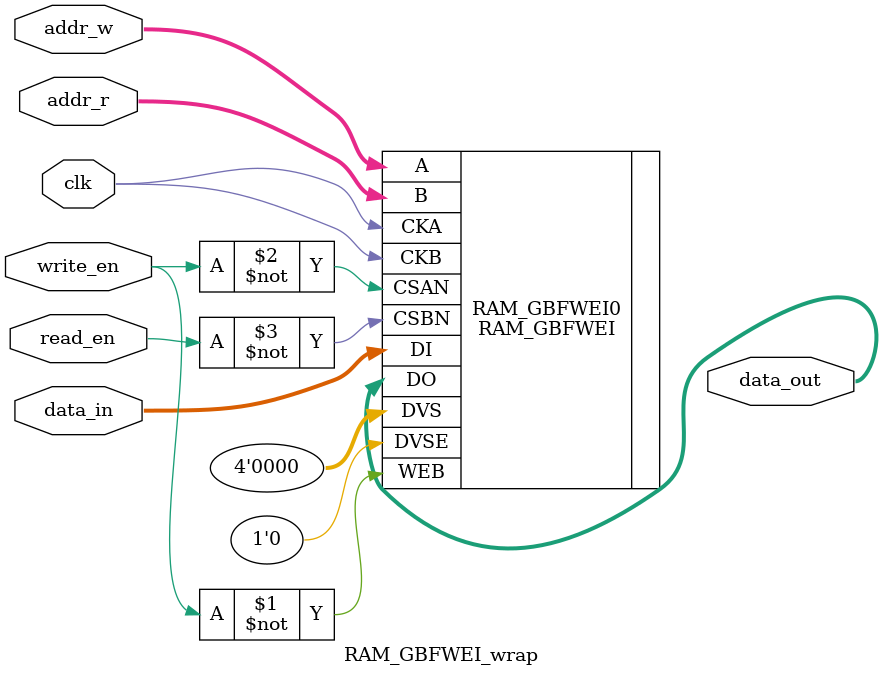
<source format=v>
module RAM_GBFWEI_wrap #(
    parameter SRAM_DEPTH_BIT = 6,
    parameter SRAM_DEPTH = 2 ** SRAM_DEPTH_BIT,
    parameter SRAM_WIDTH = 28,
    parameter INIT_IF = "no",
    parameter INIT_FILE = ""
)(
    input clk,
    input [SRAM_DEPTH_BIT - 1 : 0]addr_r, addr_w,
    input read_en, write_en,
    input[SRAM_WIDTH  - 1 : 0]data_in,
    output  [SRAM_WIDTH  - 1 : 0]data_out
);


// ******************************************************************
// INSTANTIATIONS
// ******************************************************************
`ifdef SYNTH_MINI
reg [SRAM_WIDTH  - 1 : 0]mem[0 : SRAM_DEPTH - 1];
reg [SRAM_WIDTH  - 1 : 0]data_out_reg;
initial begin
  if (INIT_IF == "yes") begin
    $readmemh(INIT_FILE, mem, 0, SRAM_DEPTH-1);
  end
end

always @(posedge clk) begin
    if (read_en) begin
        data_out_reg <= mem[addr_r];
    end
end
assign data_out = data_out_reg;

always @(posedge clk) begin
    if (write_en) begin
        mem[addr_w] <= data_in;
    end
end

`else

RAM_GBFWEI RAM_GBFWEI0(
    .A                   (  addr_w               ),
    .B                      ( addr_r   ),
    .DO                  (  data_out            ),
    .DI                  (  data_in             ),
    .CKA                (clk ),
    .CKB                  ( clk ),
    .DVSE                (  1'b0                ),
    .DVS                 (  4'b0                ),
    .WEB                 (  ~write_en           ),
    .CSAN               ( ~write_en ),
    .CSBN                 (~read_en)
     );
`endif

endmodule

</source>
